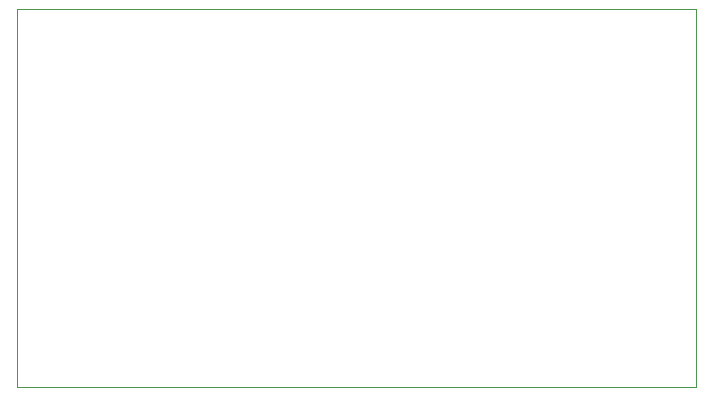
<source format=gbr>
%TF.GenerationSoftware,KiCad,Pcbnew,(6.0.9)*%
%TF.CreationDate,2024-02-06T02:56:22+01:00*%
%TF.ProjectId,HBW-1W-T10-Platine2,4842572d-3157-42d5-9431-302d506c6174,rev?*%
%TF.SameCoordinates,Original*%
%TF.FileFunction,Profile,NP*%
%FSLAX46Y46*%
G04 Gerber Fmt 4.6, Leading zero omitted, Abs format (unit mm)*
G04 Created by KiCad (PCBNEW (6.0.9)) date 2024-02-06 02:56:22*
%MOMM*%
%LPD*%
G01*
G04 APERTURE LIST*
%TA.AperFunction,Profile*%
%ADD10C,0.050000*%
%TD*%
G04 APERTURE END LIST*
D10*
X119842800Y-53191600D02*
X177342800Y-53191600D01*
X177342800Y-53191600D02*
X177342800Y-85191600D01*
X177342800Y-85191600D02*
X119842800Y-85191600D01*
X119842800Y-85191600D02*
X119842800Y-53191600D01*
M02*

</source>
